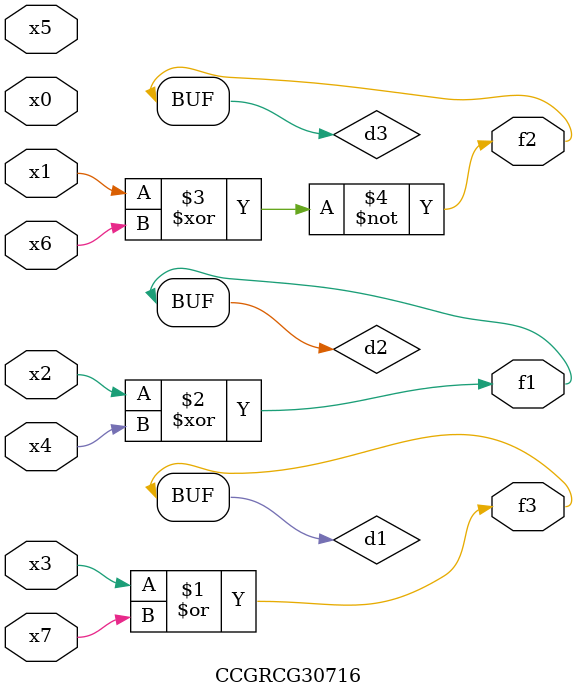
<source format=v>
module CCGRCG30716(
	input x0, x1, x2, x3, x4, x5, x6, x7,
	output f1, f2, f3
);

	wire d1, d2, d3;

	or (d1, x3, x7);
	xor (d2, x2, x4);
	xnor (d3, x1, x6);
	assign f1 = d2;
	assign f2 = d3;
	assign f3 = d1;
endmodule

</source>
